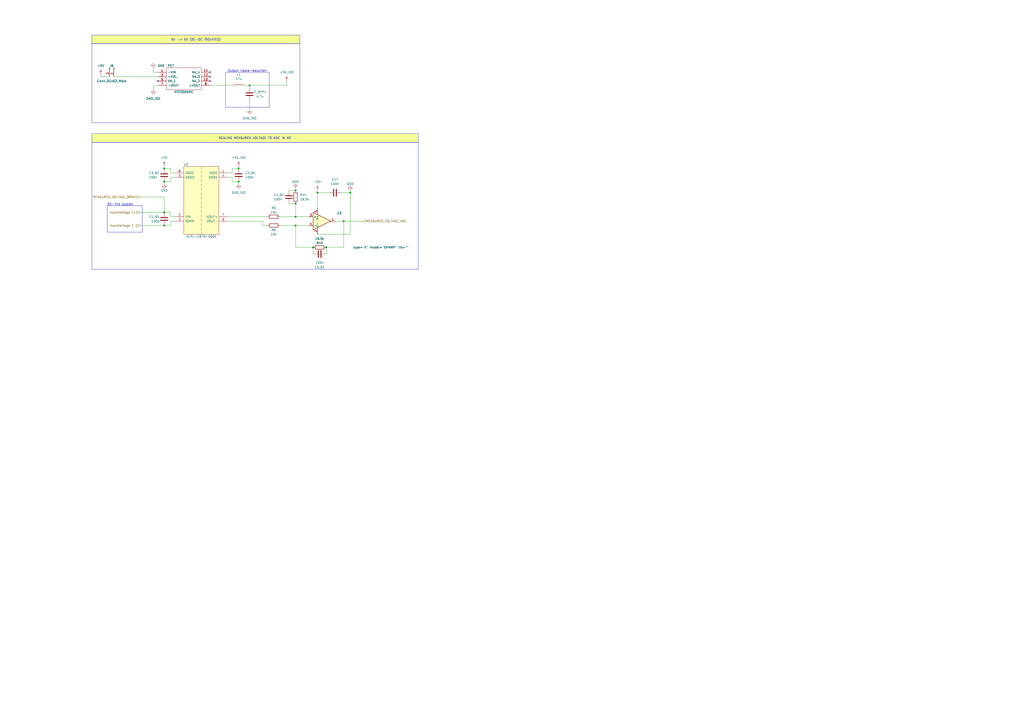
<source format=kicad_sch>
(kicad_sch (version 20231120) (generator "eeschema") (generator_version "8.0")
  (paper "A2")
  (title_block (title "3-phase DC/AC converter with SV-PWM") (date "2023-03-16") (rev "V. 1.1") (comment 1 "Ingrid Hovland") (comment 2 "Eirik Skorve Haugland") (comment 3 "Marius Englund"))
  (lib_symbols
    (symbol "5VISO:+5V_ISO" (power) (pin_names (offset 0))
      (property "Value" "+5V_ISO" (at 0 3.556 0))
      (symbol "+5V_ISO_0_1"
        (polyline (pts (xy -0.762 1.27) (xy 0 2.54)))
        (polyline (pts (xy 0 0) (xy 0 2.54)))
        (polyline (pts (xy 0 2.54) (xy 0.762 1.27)))
      )
      (symbol "+5V_ISO_1_1"
        (pin power_in line (at 0 0 90) (length 0) hide (name "+5V_ISO") (number "1"))
      )
    )
    (symbol "5VISO:GND_ISO" (power) (pin_names (offset 0))
      (property "Value" "GND_ISO" (at 0 -3.81 0))
      (symbol "GND_ISO_0_1"
        (polyline (pts (xy 0 0) (xy 0 -1.27) (xy 1.27 -1.27) (xy 0 -2.54) (xy -1.27 -1.27) (xy 0 -1.27)))
      )
      (symbol "GND_ISO_1_1"
        (pin power_in line (at 0 0 270) (length 0) hide (name "GND_ISO") (number "1"))
      )
    )
    (symbol "ACPL-C87B-000E:ACPL-C87B-000E" (pin_names (offset 0.762))
      (property "Reference" "U2" (at 6.35 5.08 0))
      (property "Value" "ACPL-C87B-000E" (at 15.24 -36.83 0))
      (symbol "ACPL-C87B-000E_0_0"
        (pin passive line (at 30.48 0 180) (length 5.08) (name "VDD1") (number "1"))
        (pin passive line (at 0 -25.4 0) (length 5.08) (name "VIN") (number "2"))
        (pin passive line (at 0 -27.94 0) (length 5.08) (name "SDHN") (number "3"))
        (pin passive line (at 30.48 -2.54 180) (length 5.08) (name "GND1") (number "4"))
        (pin passive line (at 0 -2.54 0) (length 5.08) (name "GND2") (number "5"))
        (pin passive line (at 30.48 -27.94 180) (length 5.08) (name "VOUT-") (number "6"))
        (pin passive line (at 30.48 -25.4 180) (length 5.08) (name "VOUT+") (number "7"))
        (pin passive line (at 0 0 0) (length 5.08) (name "VDD2") (number "8"))
      )
      (symbol "ACPL-C87B-000E_0_1"
        (polyline (pts (xy 15.24 -34.29) (xy 15.24 -35.56)))
        (polyline (pts (xy 15.24 -31.75) (xy 15.24 -33.02)))
        (polyline (pts (xy 15.24 -29.21) (xy 15.24 -30.48)))
        (polyline (pts (xy 15.24 -26.67) (xy 15.24 -27.94)))
        (polyline (pts (xy 15.24 -24.13) (xy 15.24 -25.4)))
        (polyline (pts (xy 15.24 -21.59) (xy 15.24 -22.86)))
        (polyline (pts (xy 15.24 -19.05) (xy 15.24 -20.32)))
        (polyline (pts (xy 15.24 -16.51) (xy 15.24 -17.78)))
        (polyline (pts (xy 15.24 -13.97) (xy 15.24 -15.24)))
        (polyline (pts (xy 15.24 -11.43) (xy 15.24 -12.7)))
        (polyline (pts (xy 15.24 -8.89) (xy 15.24 -10.16)))
        (polyline (pts (xy 15.24 -6.35) (xy 15.24 -7.62)))
        (polyline (pts (xy 15.24 -3.81) (xy 15.24 -5.08)))
        (polyline (pts (xy 15.24 -1.27) (xy 15.24 -2.54)))
        (polyline (pts (xy 15.24 1.27) (xy 15.24 0)))
        (polyline (pts (xy 15.24 3.81) (xy 15.24 2.54)))
        (polyline (pts (xy 5.08 3.81) (xy 25.4 3.81) (xy 25.4 -35.56) (xy 5.08 -35.56) (xy 5.08 3.81)) (stroke (width 0.1524)) (fill (type background)))
      )
    )
    (symbol "Connector:Conn_01x02_Male" (pin_names (offset 1.016) hide)
      (property "Reference" "J" (at 0 2.54 0))
      (property "Value" "Conn_01x02_Male" (at 0 -5.08 0))
      (symbol "Conn_01x02_Male_1_1"
        (polyline (pts (xy 1.27 -2.54) (xy 0.8636 -2.54)) (stroke (width 0.1524)))
        (polyline (pts (xy 1.27 0) (xy 0.8636 0)) (stroke (width 0.1524)))
        (rectangle (start 0.8636 -2.413) (end 0 -2.667) (stroke (width 0.1524)) (fill (type outline)))
        (rectangle (start 0.8636 0.127) (end 0 -0.127) (stroke (width 0.1524)) (fill (type outline)))
        (pin passive line (at 5.08 0 180) (length 3.81) (name "Pin_1") (number "1"))
        (pin passive line (at 5.08 -2.54 180) (length 3.81) (name "Pin_2") (number "2"))
      )
    )
    (symbol "Device:C" (pin_numbers hide) (pin_names (offset 0.254))
      (property "Reference" "C" (at 0.635 2.54 0))
      (property "Value" "C" (at 0.635 -2.54 0))
      (symbol "C_0_1"
        (polyline (pts (xy -2.032 -0.762) (xy 2.032 -0.762)) (stroke (width 0.508)))
        (polyline (pts (xy -2.032 0.762) (xy 2.032 0.762)) (stroke (width 0.508)))
      )
      (symbol "C_1_1"
        (pin passive line (at 0 3.81 270) (length 2.794) (name "~") (number "1"))
        (pin passive line (at 0 -3.81 90) (length 2.794) (name "~") (number "2"))
      )
    )
    (symbol "Device:L" (pin_numbers hide) (pin_names (offset 1.016) hide)
      (property "Reference" "L" (at -1.27 0 90))
      (property "Value" "L" (at 1.905 0 90))
      (symbol "L_0_1"
        (arc (start 0 -2.54) (mid 0.6323 -1.905) (end 0 -1.27))
        (arc (start 0 -1.27) (mid 0.6323 -0.635) (end 0 0))
        (arc (start 0 0) (mid 0.6323 0.635) (end 0 1.27))
        (arc (start 0 1.27) (mid 0.6323 1.905) (end 0 2.54))
      )
      (symbol "L_1_1"
        (pin passive line (at 0 3.81 270) (length 1.27) (name "1") (number "1"))
        (pin passive line (at 0 -3.81 90) (length 1.27) (name "2") (number "2"))
      )
    )
    (symbol "Device:R" (pin_numbers hide) (pin_names (offset 0))
      (property "Reference" "R" (at 2.032 0 90))
      (property "Value" "R" (at 0 0 90))
      (symbol "R_0_1"
        (rectangle (start -1.016 -2.54) (end 1.016 2.54) (stroke (width 0.254)))
      )
      (symbol "R_1_1"
        (pin passive line (at 0 3.81 270) (length 1.27) (name "~") (number "1"))
        (pin passive line (at 0 -3.81 90) (length 1.27) (name "~") (number "2"))
      )
    )
    (symbol "NTE0505MC:NTE0505MC" (pin_names (offset 0.762))
      (property "Reference" "PS" (at 26.67 7.62 0))
      (property "Value" "NTE0505MC" (at 26.67 5.08 0))
      (symbol "NTE0505MC_0_0"
        (pin passive line (at 0 0 0) (length 5.08) (name "-VIN") (number "1"))
        (pin passive line (at 30.48 -5.08 180) (length 5.08) (name "NA_2") (number "10"))
        (pin passive line (at 30.48 -2.54 180) (length 5.08) (name "NA_3") (number "12"))
        (pin passive line (at 30.48 0 180) (length 5.08) (name "NA_4") (number "14"))
        (pin passive line (at 0 -2.54 0) (length 5.08) (name "+VIN_") (number "3"))
        (pin passive line (at 0 -5.08 0) (length 5.08) (name "NA_1") (number "5"))
        (pin passive line (at 0 -7.62 0) (length 5.08) (name "-VOUT") (number "7"))
        (pin passive line (at 30.48 -7.62 180) (length 5.08) (name "+VOUT") (number "8"))
      )
      (symbol "NTE0505MC_0_1"
        (polyline (pts (xy 5.08 2.54) (xy 25.4 2.54) (xy 25.4 -10.16) (xy 5.08 -10.16) (xy 5.08 2.54)) (stroke (width 0.1524)))
      )
    )
    (symbol "Simulation_SPICE:OPAMP" (pin_names (offset 0.254))
      (property "Reference" "U3" (at 10.16 4.699 0))
      (property "Value" "OPAMP" (at 10.16 2.159 0))
      (symbol "OPAMP_0_1"
        (polyline (pts (xy 5.08 0) (xy -5.08 5.08) (xy -5.08 -5.08) (xy 5.08 0)) (stroke (width 0.254)) (fill (type background)))
      )
      (symbol "OPAMP_1_1"
        (pin output line (at 7.62 0 180) (length 2.54) (name "~") (number "1"))
        (pin power_in line (at -2.54 -7.62 90) (length 3.81) (name "V-") (number "2"))
        (pin input line (at -7.62 2.54 0) (length 2.54) (name "+") (number "3"))
        (pin input line (at -7.62 -2.54 0) (length 2.54) (name "-") (number "4"))
        (pin power_in line (at -2.54 7.62 270) (length 3.81) (name "V+") (number "5"))
      )
    )
    (symbol "power:+5V" (power) (pin_names (offset 0))
      (property "Value" "+5V" (at 0 3.556 0))
      (symbol "+5V_0_1"
        (polyline (pts (xy -0.762 1.27) (xy 0 2.54)))
        (polyline (pts (xy 0 0) (xy 0 2.54)))
        (polyline (pts (xy 0 2.54) (xy 0.762 1.27)))
      )
      (symbol "+5V_1_1"
        (pin power_in line (at 0 0 90) (length 0) hide (name "+5V") (number "1"))
      )
    )
    (symbol "power:GND" (power) (pin_names (offset 0))
      (property "Value" "GND" (at 0 -3.81 0))
      (symbol "GND_0_1"
        (polyline (pts (xy 0 0) (xy 0 -1.27) (xy 1.27 -1.27) (xy 0 -2.54) (xy -1.27 -1.27) (xy 0 -1.27)))
      )
      (symbol "GND_1_1"
        (pin power_in line (at 0 0 270) (length 0) hide (name "GND") (number "1"))
      )
    )
  )
  (junction (at 171.45 110.49))
  (junction (at 171.45 130.81))
  (junction (at 203.2 111.76))
  (junction (at 144.78 49.53))
  (junction (at 95.25 105.41))
  (junction (at 199.39 128.27))
  (junction (at 95.25 97.79))
  (junction (at 171.45 125.73))
  (junction (at 95.25 123.19))
  (junction (at 95.25 130.81))
  (junction (at 138.43 97.79))
  (junction (at 189.23 143.51))
  (junction (at 184.15 111.76))
  (junction (at 171.45 118.11))
  (junction (at 181.61 143.51))
  (junction (at 138.43 105.41))
  (no_connect (at 91.44 46.99))
  (no_connect (at 121.92 41.91))
  (no_connect (at 121.92 44.45))
  (no_connect (at 121.92 46.99))
  (polyline (pts (xy 130.81 62.23) (xy 130.81 41.91)))
  (wire (pts (xy 95.25 105.41) (xy 99.06 105.41)))
  (wire (pts (xy 81.28 130.81) (xy 95.25 130.81)))
  (wire (pts (xy 99.06 97.79) (xy 95.25 97.79)))
  (wire (pts (xy 99.06 125.73) (xy 101.6 125.73)))
  (polyline (pts (xy 53.34 25.4) (xy 53.34 71.12)))
  (polyline (pts (xy 53.34 82.55) (xy 53.34 156.21)))
  (wire (pts (xy 199.39 128.27) (xy 199.39 143.51)))
  (wire (pts (xy 144.78 58.42) (xy 144.78 63.5)))
  (wire (pts (xy 171.45 125.73) (xy 179.07 125.73)))
  (wire (pts (xy 99.06 128.27) (xy 101.6 128.27)))
  (wire (pts (xy 95.25 96.52) (xy 95.25 97.79)))
  (wire (pts (xy 132.08 102.87) (xy 134.62 102.87)))
  (wire (pts (xy 144.78 49.53) (xy 144.78 50.8)))
  (wire (pts (xy 203.2 111.76) (xy 203.2 135.89)))
  (wire (pts (xy 88.9 49.53) (xy 91.44 49.53)))
  (polyline (pts (xy 130.81 41.91) (xy 133.35 41.91)))
  (wire (pts (xy 167.64 118.11) (xy 171.45 118.11)))
  (wire (pts (xy 81.28 123.19) (xy 95.25 123.19)))
  (wire (pts (xy 162.56 125.73) (xy 171.45 125.73)))
  (wire (pts (xy 171.45 130.81) (xy 179.07 130.81)))
  (wire (pts (xy 99.06 123.19) (xy 99.06 125.73)))
  (wire (pts (xy 99.06 100.33) (xy 101.6 100.33)))
  (wire (pts (xy 203.2 110.49) (xy 203.2 111.76)))
  (wire (pts (xy 162.56 130.81) (xy 171.45 130.81)))
  (wire (pts (xy 181.61 143.51) (xy 171.45 143.51)))
  (polyline (pts (xy 53.34 82.55) (xy 242.57 82.55)))
  (wire (pts (xy 138.43 105.41) (xy 138.43 106.68)))
  (wire (pts (xy 101.6 102.87) (xy 99.06 102.87)))
  (wire (pts (xy 95.25 105.41) (xy 95.25 106.68)))
  (wire (pts (xy 66.04 44.45) (xy 91.44 44.45)))
  (wire (pts (xy 99.06 130.81) (xy 99.06 128.27)))
  (wire (pts (xy 132.08 100.33) (xy 134.62 100.33)))
  (polyline (pts (xy 82.55 134.62) (xy 62.23 134.62)))
  (wire (pts (xy 171.45 109.22) (xy 171.45 110.49)))
  (polyline (pts (xy 173.99 71.12) (xy 173.99 25.4)))
  (wire (pts (xy 142.24 49.53) (xy 144.78 49.53)))
  (wire (pts (xy 184.15 111.76) (xy 184.15 120.65)))
  (wire (pts (xy 88.9 39.37) (xy 88.9 41.91)))
  (wire (pts (xy 189.23 147.32) (xy 189.23 143.51)))
  (polyline (pts (xy 53.34 25.4) (xy 173.99 25.4)))
  (wire (pts (xy 181.61 147.32) (xy 181.61 143.51)))
  (wire (pts (xy 198.12 111.76) (xy 203.2 111.76)))
  (wire (pts (xy 132.08 125.73) (xy 154.94 125.73)))
  (wire (pts (xy 144.78 49.53) (xy 166.37 49.53)))
  (polyline (pts (xy 133.35 41.91) (xy 156.21 41.91)))
  (wire (pts (xy 95.25 114.3) (xy 95.25 123.19)))
  (wire (pts (xy 95.25 123.19) (xy 99.06 123.19)))
  (wire (pts (xy 58.42 43.18) (xy 58.42 44.45)))
  (wire (pts (xy 99.06 100.33) (xy 99.06 97.79)))
  (wire (pts (xy 134.62 97.79) (xy 134.62 100.33)))
  (polyline (pts (xy 62.23 119.38) (xy 82.55 119.38)))
  (polyline (pts (xy 156.21 41.91) (xy 156.21 62.23)))
  (wire (pts (xy 184.15 135.89) (xy 203.2 135.89)))
  (wire (pts (xy 171.45 130.81) (xy 171.45 143.51)))
  (wire (pts (xy 138.43 96.52) (xy 138.43 97.79)))
  (wire (pts (xy 88.9 49.53) (xy 88.9 52.07)))
  (wire (pts (xy 138.43 105.41) (xy 134.62 105.41)))
  (wire (pts (xy 167.64 110.49) (xy 171.45 110.49)))
  (wire (pts (xy 134.62 105.41) (xy 134.62 102.87)))
  (wire (pts (xy 199.39 128.27) (xy 210.82 128.27)))
  (polyline (pts (xy 62.23 134.62) (xy 62.23 119.38)))
  (wire (pts (xy 138.43 97.79) (xy 134.62 97.79)))
  (wire (pts (xy 152.4 128.27) (xy 152.4 130.81)))
  (wire (pts (xy 99.06 102.87) (xy 99.06 105.41)))
  (wire (pts (xy 58.42 44.45) (xy 63.5 44.45)))
  (wire (pts (xy 194.31 128.27) (xy 199.39 128.27)))
  (wire (pts (xy 95.25 130.81) (xy 99.06 130.81)))
  (wire (pts (xy 132.08 128.27) (xy 152.4 128.27)))
  (wire (pts (xy 189.23 143.51) (xy 199.39 143.51)))
  (wire (pts (xy 121.92 49.53) (xy 134.62 49.53)))
  (wire (pts (xy 184.15 111.76) (xy 190.5 111.76)))
  (wire (pts (xy 81.28 114.3) (xy 95.25 114.3)))
  (polyline (pts (xy 156.21 62.23) (xy 130.81 62.23)))
  (wire (pts (xy 152.4 130.81) (xy 154.94 130.81)))
  (polyline (pts (xy 53.34 156.21) (xy 242.57 156.21)))
  (wire (pts (xy 171.45 118.11) (xy 171.45 125.73)))
  (wire (pts (xy 166.37 46.99) (xy 166.37 49.53)))
  (polyline (pts (xy 242.57 156.21) (xy 242.57 82.55)))
  (wire (pts (xy 184.15 110.49) (xy 184.15 111.76)))
  (polyline (pts (xy 53.34 71.12) (xy 173.99 71.12)))
  (polyline (pts (xy 82.55 119.38) (xy 82.55 134.62)))
  (wire (pts (xy 88.9 41.91) (xy 91.44 41.91)))
  (text_box "5V -> 5V (DC-DC ISOLATED)" (at 53.34 20.32 0) (size 120.65 5.08) (fill (type color) (color 243 255 147 1)) (effects (font (size 1.27 1.27))))
  (text_box "SCALING MEASURED VOLTAGE TO ADC IN MC" (at 53.34 77.47 0) (size 189.23 5.08) (fill (type color) (color 243 255 147 1)) (effects (font (size 1.27 1.27))))
  (text "DC-link scaled\n" (at 62.23 119.38 0) (effects (font (size 1.27 1.27)) (justify left bottom)))
  (text "Output ripple reduction" (at 132.08 41.91 0) (effects (font (size 1.27 1.27)) (justify left bottom)))
  (hierarchical_label "InputVoltage (+)" (shape input) (at 81.28 123.19 180))
  (hierarchical_label "InputVoltage (-)" (shape input) (at 81.28 130.81 180))
  (hierarchical_label "MEASURED_VOLTAGE_BRAKE" (shape input) (at 81.28 114.3 180))
  (hierarchical_label "MEASURED_VOLTAGE_ADC" (shape input) (at 210.82 128.27 0))
  (symbol (lib_id "Device:R") (at 158.75 130.81 90) (unit 1)
    (property "Reference" "R6" (at 158.75 133.35 90))
    (property "Value" "10k" (at 158.75 135.89 90))
    (property "Footprint" "Resistor_SMD:R_1206_3216Metric_Pad1.30x1.75mm_HandSolder" (effects (hide yes)))
  )
  (symbol (lib_id "Simulation_SPICE:OPAMP") (at 186.69 128.27 0) (unit 1)
    (property "Reference" "U3" (at 196.85 123.571 0))
    (property "Value" "${SIM.PARAMS}" (at 220.98 143.51 0))
    (property "Footprint" "_Library_Nytt:D8" (effects (hide yes)))
    (property "Sim.Device" "SPICE" (effects (hide yes)))
    (property "Sim.Params" "type=\"X\" model=\"OPAMP\" lib=\"\"" (effects (hide yes)))
    (property "Sim.Pins" "1=1 2=2 3=3 4=4 5=5" (effects (hide yes)))
  )
  (symbol (lib_id "Device:C") (at 185.42 147.32 270) (unit 1)
    (property "Reference" "C5_B1" (at 185.42 154.94 90))
    (property "Value" "100n" (at 185.42 152.4 90))
    (property "Footprint" "Capacitor_SMD:C_1206_3216Metric_Pad1.33x1.80mm_HandSolder" (effects (hide yes)))
  )
  (symbol (lib_id "Device:C") (at 194.31 111.76 90) (unit 1)
    (property "Reference" "C47" (at 194.31 104.14 90))
    (property "Value" "100n" (at 194.31 106.68 90))
    (property "Footprint" "Capacitor_SMD:C_1206_3216Metric_Pad1.33x1.80mm_HandSolder" (effects (hide yes)))
  )
  (symbol (lib_id "Device:R") (at 158.75 125.73 90) (unit 1)
    (property "Reference" "R5" (at 158.75 120.65 90))
    (property "Value" "10k" (at 158.75 123.19 90))
    (property "Footprint" "Resistor_SMD:R_1206_3216Metric_Pad1.30x1.75mm_HandSolder" (effects (hide yes)))
  )
  (symbol (lib_id "5VISO:+5V_ISO") (at 166.37 46.99 0) (unit 1)
    (property "Reference" "#PWR0113" (effects (hide yes)))
    (property "Value" "+5V_ISO" (at 166.37 41.91 0))
  )
  (symbol (lib_id "Connector:Conn_01x02_Male") (at 66.04 39.37 270) (unit 1)
    (property "Reference" "J6" (at 64.77 38.1 90))
    (property "Value" "Conn_01x02_Male" (at 64.77 46.99 90))
    (property "Footprint" "Connector_PinHeader_2.54mm:PinHeader_1x02_P2.54mm_Vertical" (effects (hide yes)))
  )
  (symbol (lib_id "power:+5V") (at 184.15 110.49 0) (unit 1)
    (property "Reference" "#PWR0114" (effects (hide yes)))
    (property "Value" "+5V" (at 184.15 105.41 0))
  )
  (symbol (lib_id "ACPL-C87B-000E:ACPL-C87B-000E") (at 101.6 100.33 0) (unit 1)
    (property "Reference" "U2" (at 107.95 95.25 0))
    (property "Value" "ACPL-C87B-000E" (at 116.84 137.16 0))
    (property "Footprint" "SVPWM-LIB-footprints:ACPL-SOIC127P1150X331-8N" (effects (hide yes)))
    (property "Datasheet" "https://componentsearchengine.com/Datasheets/2/ACPL-C87B-000E.pdf" (effects (hide yes)))
    (property "Description" "Optically isolated voltage sensor,SSO8 Broadcom ACPL-C87B-000E, Isolation Amplifier, 4.5  5.5 V, 8-Pin SSO" (effects (hide yes)))
    (property "Height" "3.307" (effects (hide yes)))
    (property "Manufacturer_Name" "Avago Technologies" (effects (hide yes)))
    (property "Manufacturer_Part_Number" "ACPL-C87B-000E" (effects (hide yes)))
    (property "Mouser Part Number" "630-ACPL-C87B-000E" (effects (hide yes)))
    (property "Mouser Price/Stock" "https://www.mouser.co.uk/ProductDetail/Broadcom-Avago/ACPL-C87B-000E?qs=mhB89zxvawmLiWfngQW5pg%3D%3D" (effects (hide yes)))
  )
  (symbol (lib_id "Device:C") (at 138.43 101.6 0) (unit 1)
    (property "Reference" "C2_B1" (at 142.24 100.3299 0) (effects (justify left)))
    (property "Value" "100n" (at 142.24 102.8699 0) (effects (justify left)))
    (property "Footprint" "Capacitor_SMD:C_1206_3216Metric_Pad1.33x1.80mm_HandSolder" (effects (hide yes)))
  )
  (symbol (lib_id "Device:C") (at 167.64 114.3 180) (unit 1)
    (property "Reference" "C4_B1" (at 158.75 113.03 0) (effects (justify right)))
    (property "Value" "100n" (at 158.75 115.57 0) (effects (justify right)))
    (property "Footprint" "Capacitor_SMD:C_1206_3216Metric_Pad1.33x1.80mm_HandSolder" (effects (hide yes)))
  )
  (symbol (lib_id "power:GND") (at 95.25 106.68 0) (unit 1)
    (property "Reference" "#PWR0108" (effects (hide yes)))
    (property "Value" "GND" (at 95.25 110.49 0))
  )
  (symbol (lib_id "5VISO:+5V_ISO") (at 138.43 96.52 0) (unit 1)
    (property "Reference" "#PWR0112" (effects (hide yes)))
    (property "Value" "+5V_ISO" (at 138.43 91.44 0))
  )
  (symbol (lib_id "5VISO:GND_ISO") (at 138.43 106.68 0) (unit 1)
    (property "Reference" "#PWR0109" (effects (hide yes)))
    (property "Value" "GND_ISO" (at 138.43 111.76 0))
  )
  (symbol (lib_id "Device:R") (at 185.42 143.51 270) (unit 1)
    (property "Reference" "R45" (at 185.42 140.97 90))
    (property "Value" "16.5k" (at 185.42 138.43 90))
    (property "Footprint" "Resistor_SMD:R_1206_3216Metric_Pad1.30x1.75mm_HandSolder" (effects (hide yes)))
  )
  (symbol (lib_id "Device:C") (at 95.25 101.6 0) (unit 1)
    (property "Reference" "C3_B1" (at 86.36 100.33 0) (effects (justify left)))
    (property "Value" "100n" (at 86.36 102.87 0) (effects (justify left)))
    (property "Footprint" "Capacitor_SMD:C_1206_3216Metric_Pad1.33x1.80mm_HandSolder" (effects (hide yes)))
  )
  (symbol (lib_id "Device:C") (at 95.25 127 0) (unit 1)
    (property "Reference" "C1_B1" (at 86.36 125.73 0) (effects (justify left)))
    (property "Value" "100p" (at 87.63 128.27 0) (effects (justify left)))
    (property "Footprint" "Capacitor_SMD:C_1206_3216Metric_Pad1.33x1.80mm_HandSolder" (effects (hide yes)))
  )
  (symbol (lib_id "Device:L") (at 138.43 49.53 90) (unit 1)
    (property "Reference" "L1" (at 138.43 43.18 90))
    (property "Value" "47u" (at 138.43 45.72 90))
    (property "Footprint" "Inductor_SMD:L_2010_5025Metric_Pad1.52x2.65mm_HandSolder" (effects (hide yes)))
  )
  (symbol (lib_id "Device:C") (at 144.78 54.61 0) (unit 1)
    (property "Reference" "C_BYP1" (at 147.32 53.34 0) (effects (justify left)))
    (property "Value" "4.7u" (at 148.59 55.88 0) (effects (justify left)))
    (property "Footprint" "Capacitor_SMD:C_1206_3216Metric_Pad1.33x1.80mm_HandSolder" (effects (hide yes)))
  )
  (symbol (lib_id "power:+5V") (at 95.25 96.52 0) (unit 1)
    (property "Reference" "#PWR0110" (effects (hide yes)))
    (property "Value" "+5V" (at 95.25 91.44 0))
  )
  (symbol (lib_id "power:GND") (at 171.45 109.22 180) (unit 1)
    (property "Reference" "#PWR0111" (effects (hide yes)))
    (property "Value" "GND" (at 171.45 105.41 0))
  )
  (symbol (lib_id "power:GND") (at 88.9 39.37 180) (unit 1)
    (property "Reference" "#PWR0105" (effects (hide yes)))
    (property "Value" "GND" (at 91.44 38.0999 0) (effects (justify right)))
  )
  (symbol (lib_id "5VISO:GND_ISO") (at 144.78 63.5 0) (unit 1)
    (property "Reference" "#PWR0106" (effects (hide yes)))
    (property "Value" "GND_ISO" (at 144.78 68.58 0))
  )
  (symbol (lib_id "NTE0505MC:NTE0505MC") (at 91.44 41.91 0) (unit 1)
    (property "Reference" "PS7" (at 99.06 38.1 0))
    (property "Value" "NTE0505MC" (at 106.68 53.34 0))
    (property "Footprint" "SVPWM-LIB-footprints:DC-DC-NTE0505MC" (effects (hide yes)))
    (property "Datasheet" "https://www.murata.com/products/productdata/8807031767070/kdc-nte.pdf" (effects (hide yes)))
    (property "Description" "Isolated DC/DC Converters - SMD 1W  5-5V SINGLE 1KV DC/DC" (effects (hide yes)))
    (property "Height" "6.85" (effects (hide yes)))
    (property "Manufacturer_Name" "Murata Electronics" (effects (hide yes)))
    (property "Manufacturer_Part_Number" "NTE0505MC" (effects (hide yes)))
    (property "Mouser Part Number" "580-NTE0505MC" (effects (hide yes)))
    (property "Mouser Price/Stock" "https://www.mouser.co.uk/ProductDetail/Murata-Power-Solutions/NTE0505MC?qs=hpFtdoQG8nowFKmU%2FgNflA%3D%3D" (effects (hide yes)))
    (property "Arrow Part Number" "NTE0505MC" (effects (hide yes)))
    (property "Arrow Price/Stock" "https://www.arrow.com/en/products/nte0505mc/murata-power-solutions?region=europe" (effects (hide yes)))
  )
  (symbol (lib_id "5VISO:GND_ISO") (at 88.9 52.07 0) (unit 1)
    (property "Reference" "#PWR0104" (effects (hide yes)))
    (property "Value" "GND_ISO" (at 88.9 57.15 0))
  )
  (symbol (lib_id "Device:R") (at 171.45 114.3 180) (unit 1)
    (property "Reference" "R44" (at 173.99 113.03 0) (effects (justify right)))
    (property "Value" "16.5k" (at 173.99 115.57 0) (effects (justify right)))
    (property "Footprint" "Resistor_SMD:R_1206_3216Metric_Pad1.30x1.75mm_HandSolder" (effects (hide yes)))
  )
  (symbol (lib_id "power:GND") (at 203.2 110.49 180) (unit 1)
    (property "Reference" "#PWR0107" (effects (hide yes)))
    (property "Value" "GND" (at 203.2 106.68 0))
  )
  (symbol (lib_id "power:+5V") (at 58.42 43.18 0) (unit 1)
    (property "Reference" "#PWR0103" (effects (hide yes)))
    (property "Value" "+5V" (at 58.42 38.1 0))
  )
)
</source>
